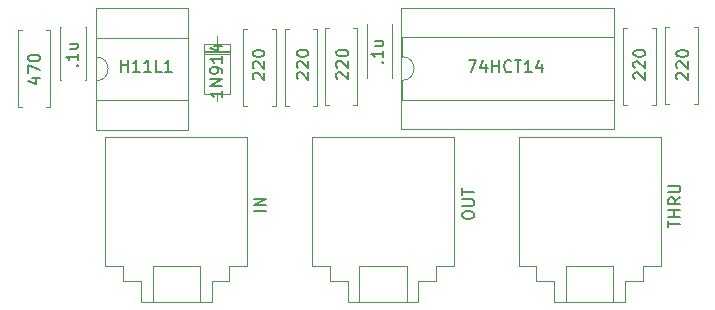
<source format=gto>
G04 #@! TF.GenerationSoftware,KiCad,Pcbnew,7.0.9*
G04 #@! TF.CreationDate,2023-11-24T14:11:12+00:00*
G04 #@! TF.ProjectId,RPi-Zero-MIDI,5250692d-5a65-4726-9f2d-4d4944492e6b,rev?*
G04 #@! TF.SameCoordinates,Original*
G04 #@! TF.FileFunction,Legend,Top*
G04 #@! TF.FilePolarity,Positive*
%FSLAX46Y46*%
G04 Gerber Fmt 4.6, Leading zero omitted, Abs format (unit mm)*
G04 Created by KiCad (PCBNEW 7.0.9) date 2023-11-24 14:11:12*
%MOMM*%
%LPD*%
G01*
G04 APERTURE LIST*
%ADD10C,0.150000*%
%ADD11C,0.120000*%
G04 APERTURE END LIST*
D10*
X122584819Y-94103808D02*
X121584819Y-94103808D01*
X122584819Y-93627618D02*
X121584819Y-93627618D01*
X121584819Y-93627618D02*
X122584819Y-93056190D01*
X122584819Y-93056190D02*
X121584819Y-93056190D01*
X110330952Y-82304819D02*
X110330952Y-81304819D01*
X110330952Y-81781009D02*
X110902380Y-81781009D01*
X110902380Y-82304819D02*
X110902380Y-81304819D01*
X111902380Y-82304819D02*
X111330952Y-82304819D01*
X111616666Y-82304819D02*
X111616666Y-81304819D01*
X111616666Y-81304819D02*
X111521428Y-81447676D01*
X111521428Y-81447676D02*
X111426190Y-81542914D01*
X111426190Y-81542914D02*
X111330952Y-81590533D01*
X112854761Y-82304819D02*
X112283333Y-82304819D01*
X112569047Y-82304819D02*
X112569047Y-81304819D01*
X112569047Y-81304819D02*
X112473809Y-81447676D01*
X112473809Y-81447676D02*
X112378571Y-81542914D01*
X112378571Y-81542914D02*
X112283333Y-81590533D01*
X113759523Y-82304819D02*
X113283333Y-82304819D01*
X113283333Y-82304819D02*
X113283333Y-81304819D01*
X114616666Y-82304819D02*
X114045238Y-82304819D01*
X114330952Y-82304819D02*
X114330952Y-81304819D01*
X114330952Y-81304819D02*
X114235714Y-81447676D01*
X114235714Y-81447676D02*
X114140476Y-81542914D01*
X114140476Y-81542914D02*
X114045238Y-81590533D01*
X139753333Y-81344819D02*
X140419999Y-81344819D01*
X140419999Y-81344819D02*
X139991428Y-82344819D01*
X141229523Y-81678152D02*
X141229523Y-82344819D01*
X140991428Y-81297200D02*
X140753333Y-82011485D01*
X140753333Y-82011485D02*
X141372380Y-82011485D01*
X141753333Y-82344819D02*
X141753333Y-81344819D01*
X141753333Y-81821009D02*
X142324761Y-81821009D01*
X142324761Y-82344819D02*
X142324761Y-81344819D01*
X143372380Y-82249580D02*
X143324761Y-82297200D01*
X143324761Y-82297200D02*
X143181904Y-82344819D01*
X143181904Y-82344819D02*
X143086666Y-82344819D01*
X143086666Y-82344819D02*
X142943809Y-82297200D01*
X142943809Y-82297200D02*
X142848571Y-82201961D01*
X142848571Y-82201961D02*
X142800952Y-82106723D01*
X142800952Y-82106723D02*
X142753333Y-81916247D01*
X142753333Y-81916247D02*
X142753333Y-81773390D01*
X142753333Y-81773390D02*
X142800952Y-81582914D01*
X142800952Y-81582914D02*
X142848571Y-81487676D01*
X142848571Y-81487676D02*
X142943809Y-81392438D01*
X142943809Y-81392438D02*
X143086666Y-81344819D01*
X143086666Y-81344819D02*
X143181904Y-81344819D01*
X143181904Y-81344819D02*
X143324761Y-81392438D01*
X143324761Y-81392438D02*
X143372380Y-81440057D01*
X143658095Y-81344819D02*
X144229523Y-81344819D01*
X143943809Y-82344819D02*
X143943809Y-81344819D01*
X145086666Y-82344819D02*
X144515238Y-82344819D01*
X144800952Y-82344819D02*
X144800952Y-81344819D01*
X144800952Y-81344819D02*
X144705714Y-81487676D01*
X144705714Y-81487676D02*
X144610476Y-81582914D01*
X144610476Y-81582914D02*
X144515238Y-81630533D01*
X145943809Y-81678152D02*
X145943809Y-82344819D01*
X145705714Y-81297200D02*
X145467619Y-82011485D01*
X145467619Y-82011485D02*
X146086666Y-82011485D01*
X102788152Y-82861904D02*
X103454819Y-82861904D01*
X102407200Y-83099999D02*
X103121485Y-83338094D01*
X103121485Y-83338094D02*
X103121485Y-82719047D01*
X102454819Y-82433332D02*
X102454819Y-81766666D01*
X102454819Y-81766666D02*
X103454819Y-82195237D01*
X102454819Y-81195237D02*
X102454819Y-81099999D01*
X102454819Y-81099999D02*
X102502438Y-81004761D01*
X102502438Y-81004761D02*
X102550057Y-80957142D01*
X102550057Y-80957142D02*
X102645295Y-80909523D01*
X102645295Y-80909523D02*
X102835771Y-80861904D01*
X102835771Y-80861904D02*
X103073866Y-80861904D01*
X103073866Y-80861904D02*
X103264342Y-80909523D01*
X103264342Y-80909523D02*
X103359580Y-80957142D01*
X103359580Y-80957142D02*
X103407200Y-81004761D01*
X103407200Y-81004761D02*
X103454819Y-81099999D01*
X103454819Y-81099999D02*
X103454819Y-81195237D01*
X103454819Y-81195237D02*
X103407200Y-81290475D01*
X103407200Y-81290475D02*
X103359580Y-81338094D01*
X103359580Y-81338094D02*
X103264342Y-81385713D01*
X103264342Y-81385713D02*
X103073866Y-81433332D01*
X103073866Y-81433332D02*
X102835771Y-81433332D01*
X102835771Y-81433332D02*
X102645295Y-81385713D01*
X102645295Y-81385713D02*
X102550057Y-81338094D01*
X102550057Y-81338094D02*
X102502438Y-81290475D01*
X102502438Y-81290475D02*
X102454819Y-81195237D01*
X121560057Y-82958094D02*
X121512438Y-82910475D01*
X121512438Y-82910475D02*
X121464819Y-82815237D01*
X121464819Y-82815237D02*
X121464819Y-82577142D01*
X121464819Y-82577142D02*
X121512438Y-82481904D01*
X121512438Y-82481904D02*
X121560057Y-82434285D01*
X121560057Y-82434285D02*
X121655295Y-82386666D01*
X121655295Y-82386666D02*
X121750533Y-82386666D01*
X121750533Y-82386666D02*
X121893390Y-82434285D01*
X121893390Y-82434285D02*
X122464819Y-83005713D01*
X122464819Y-83005713D02*
X122464819Y-82386666D01*
X121560057Y-82005713D02*
X121512438Y-81958094D01*
X121512438Y-81958094D02*
X121464819Y-81862856D01*
X121464819Y-81862856D02*
X121464819Y-81624761D01*
X121464819Y-81624761D02*
X121512438Y-81529523D01*
X121512438Y-81529523D02*
X121560057Y-81481904D01*
X121560057Y-81481904D02*
X121655295Y-81434285D01*
X121655295Y-81434285D02*
X121750533Y-81434285D01*
X121750533Y-81434285D02*
X121893390Y-81481904D01*
X121893390Y-81481904D02*
X122464819Y-82053332D01*
X122464819Y-82053332D02*
X122464819Y-81434285D01*
X121464819Y-80815237D02*
X121464819Y-80719999D01*
X121464819Y-80719999D02*
X121512438Y-80624761D01*
X121512438Y-80624761D02*
X121560057Y-80577142D01*
X121560057Y-80577142D02*
X121655295Y-80529523D01*
X121655295Y-80529523D02*
X121845771Y-80481904D01*
X121845771Y-80481904D02*
X122083866Y-80481904D01*
X122083866Y-80481904D02*
X122274342Y-80529523D01*
X122274342Y-80529523D02*
X122369580Y-80577142D01*
X122369580Y-80577142D02*
X122417200Y-80624761D01*
X122417200Y-80624761D02*
X122464819Y-80719999D01*
X122464819Y-80719999D02*
X122464819Y-80815237D01*
X122464819Y-80815237D02*
X122417200Y-80910475D01*
X122417200Y-80910475D02*
X122369580Y-80958094D01*
X122369580Y-80958094D02*
X122274342Y-81005713D01*
X122274342Y-81005713D02*
X122083866Y-81053332D01*
X122083866Y-81053332D02*
X121845771Y-81053332D01*
X121845771Y-81053332D02*
X121655295Y-81005713D01*
X121655295Y-81005713D02*
X121560057Y-80958094D01*
X121560057Y-80958094D02*
X121512438Y-80910475D01*
X121512438Y-80910475D02*
X121464819Y-80815237D01*
X157430057Y-82958094D02*
X157382438Y-82910475D01*
X157382438Y-82910475D02*
X157334819Y-82815237D01*
X157334819Y-82815237D02*
X157334819Y-82577142D01*
X157334819Y-82577142D02*
X157382438Y-82481904D01*
X157382438Y-82481904D02*
X157430057Y-82434285D01*
X157430057Y-82434285D02*
X157525295Y-82386666D01*
X157525295Y-82386666D02*
X157620533Y-82386666D01*
X157620533Y-82386666D02*
X157763390Y-82434285D01*
X157763390Y-82434285D02*
X158334819Y-83005713D01*
X158334819Y-83005713D02*
X158334819Y-82386666D01*
X157430057Y-82005713D02*
X157382438Y-81958094D01*
X157382438Y-81958094D02*
X157334819Y-81862856D01*
X157334819Y-81862856D02*
X157334819Y-81624761D01*
X157334819Y-81624761D02*
X157382438Y-81529523D01*
X157382438Y-81529523D02*
X157430057Y-81481904D01*
X157430057Y-81481904D02*
X157525295Y-81434285D01*
X157525295Y-81434285D02*
X157620533Y-81434285D01*
X157620533Y-81434285D02*
X157763390Y-81481904D01*
X157763390Y-81481904D02*
X158334819Y-82053332D01*
X158334819Y-82053332D02*
X158334819Y-81434285D01*
X157334819Y-80815237D02*
X157334819Y-80719999D01*
X157334819Y-80719999D02*
X157382438Y-80624761D01*
X157382438Y-80624761D02*
X157430057Y-80577142D01*
X157430057Y-80577142D02*
X157525295Y-80529523D01*
X157525295Y-80529523D02*
X157715771Y-80481904D01*
X157715771Y-80481904D02*
X157953866Y-80481904D01*
X157953866Y-80481904D02*
X158144342Y-80529523D01*
X158144342Y-80529523D02*
X158239580Y-80577142D01*
X158239580Y-80577142D02*
X158287200Y-80624761D01*
X158287200Y-80624761D02*
X158334819Y-80719999D01*
X158334819Y-80719999D02*
X158334819Y-80815237D01*
X158334819Y-80815237D02*
X158287200Y-80910475D01*
X158287200Y-80910475D02*
X158239580Y-80958094D01*
X158239580Y-80958094D02*
X158144342Y-81005713D01*
X158144342Y-81005713D02*
X157953866Y-81053332D01*
X157953866Y-81053332D02*
X157715771Y-81053332D01*
X157715771Y-81053332D02*
X157525295Y-81005713D01*
X157525295Y-81005713D02*
X157430057Y-80958094D01*
X157430057Y-80958094D02*
X157382438Y-80910475D01*
X157382438Y-80910475D02*
X157334819Y-80815237D01*
X153800057Y-82928094D02*
X153752438Y-82880475D01*
X153752438Y-82880475D02*
X153704819Y-82785237D01*
X153704819Y-82785237D02*
X153704819Y-82547142D01*
X153704819Y-82547142D02*
X153752438Y-82451904D01*
X153752438Y-82451904D02*
X153800057Y-82404285D01*
X153800057Y-82404285D02*
X153895295Y-82356666D01*
X153895295Y-82356666D02*
X153990533Y-82356666D01*
X153990533Y-82356666D02*
X154133390Y-82404285D01*
X154133390Y-82404285D02*
X154704819Y-82975713D01*
X154704819Y-82975713D02*
X154704819Y-82356666D01*
X153800057Y-81975713D02*
X153752438Y-81928094D01*
X153752438Y-81928094D02*
X153704819Y-81832856D01*
X153704819Y-81832856D02*
X153704819Y-81594761D01*
X153704819Y-81594761D02*
X153752438Y-81499523D01*
X153752438Y-81499523D02*
X153800057Y-81451904D01*
X153800057Y-81451904D02*
X153895295Y-81404285D01*
X153895295Y-81404285D02*
X153990533Y-81404285D01*
X153990533Y-81404285D02*
X154133390Y-81451904D01*
X154133390Y-81451904D02*
X154704819Y-82023332D01*
X154704819Y-82023332D02*
X154704819Y-81404285D01*
X153704819Y-80785237D02*
X153704819Y-80689999D01*
X153704819Y-80689999D02*
X153752438Y-80594761D01*
X153752438Y-80594761D02*
X153800057Y-80547142D01*
X153800057Y-80547142D02*
X153895295Y-80499523D01*
X153895295Y-80499523D02*
X154085771Y-80451904D01*
X154085771Y-80451904D02*
X154323866Y-80451904D01*
X154323866Y-80451904D02*
X154514342Y-80499523D01*
X154514342Y-80499523D02*
X154609580Y-80547142D01*
X154609580Y-80547142D02*
X154657200Y-80594761D01*
X154657200Y-80594761D02*
X154704819Y-80689999D01*
X154704819Y-80689999D02*
X154704819Y-80785237D01*
X154704819Y-80785237D02*
X154657200Y-80880475D01*
X154657200Y-80880475D02*
X154609580Y-80928094D01*
X154609580Y-80928094D02*
X154514342Y-80975713D01*
X154514342Y-80975713D02*
X154323866Y-81023332D01*
X154323866Y-81023332D02*
X154085771Y-81023332D01*
X154085771Y-81023332D02*
X153895295Y-80975713D01*
X153895295Y-80975713D02*
X153800057Y-80928094D01*
X153800057Y-80928094D02*
X153752438Y-80880475D01*
X153752438Y-80880475D02*
X153704819Y-80785237D01*
X128650057Y-82908094D02*
X128602438Y-82860475D01*
X128602438Y-82860475D02*
X128554819Y-82765237D01*
X128554819Y-82765237D02*
X128554819Y-82527142D01*
X128554819Y-82527142D02*
X128602438Y-82431904D01*
X128602438Y-82431904D02*
X128650057Y-82384285D01*
X128650057Y-82384285D02*
X128745295Y-82336666D01*
X128745295Y-82336666D02*
X128840533Y-82336666D01*
X128840533Y-82336666D02*
X128983390Y-82384285D01*
X128983390Y-82384285D02*
X129554819Y-82955713D01*
X129554819Y-82955713D02*
X129554819Y-82336666D01*
X128650057Y-81955713D02*
X128602438Y-81908094D01*
X128602438Y-81908094D02*
X128554819Y-81812856D01*
X128554819Y-81812856D02*
X128554819Y-81574761D01*
X128554819Y-81574761D02*
X128602438Y-81479523D01*
X128602438Y-81479523D02*
X128650057Y-81431904D01*
X128650057Y-81431904D02*
X128745295Y-81384285D01*
X128745295Y-81384285D02*
X128840533Y-81384285D01*
X128840533Y-81384285D02*
X128983390Y-81431904D01*
X128983390Y-81431904D02*
X129554819Y-82003332D01*
X129554819Y-82003332D02*
X129554819Y-81384285D01*
X128554819Y-80765237D02*
X128554819Y-80669999D01*
X128554819Y-80669999D02*
X128602438Y-80574761D01*
X128602438Y-80574761D02*
X128650057Y-80527142D01*
X128650057Y-80527142D02*
X128745295Y-80479523D01*
X128745295Y-80479523D02*
X128935771Y-80431904D01*
X128935771Y-80431904D02*
X129173866Y-80431904D01*
X129173866Y-80431904D02*
X129364342Y-80479523D01*
X129364342Y-80479523D02*
X129459580Y-80527142D01*
X129459580Y-80527142D02*
X129507200Y-80574761D01*
X129507200Y-80574761D02*
X129554819Y-80669999D01*
X129554819Y-80669999D02*
X129554819Y-80765237D01*
X129554819Y-80765237D02*
X129507200Y-80860475D01*
X129507200Y-80860475D02*
X129459580Y-80908094D01*
X129459580Y-80908094D02*
X129364342Y-80955713D01*
X129364342Y-80955713D02*
X129173866Y-81003332D01*
X129173866Y-81003332D02*
X128935771Y-81003332D01*
X128935771Y-81003332D02*
X128745295Y-80955713D01*
X128745295Y-80955713D02*
X128650057Y-80908094D01*
X128650057Y-80908094D02*
X128602438Y-80860475D01*
X128602438Y-80860475D02*
X128554819Y-80765237D01*
X125280057Y-82928094D02*
X125232438Y-82880475D01*
X125232438Y-82880475D02*
X125184819Y-82785237D01*
X125184819Y-82785237D02*
X125184819Y-82547142D01*
X125184819Y-82547142D02*
X125232438Y-82451904D01*
X125232438Y-82451904D02*
X125280057Y-82404285D01*
X125280057Y-82404285D02*
X125375295Y-82356666D01*
X125375295Y-82356666D02*
X125470533Y-82356666D01*
X125470533Y-82356666D02*
X125613390Y-82404285D01*
X125613390Y-82404285D02*
X126184819Y-82975713D01*
X126184819Y-82975713D02*
X126184819Y-82356666D01*
X125280057Y-81975713D02*
X125232438Y-81928094D01*
X125232438Y-81928094D02*
X125184819Y-81832856D01*
X125184819Y-81832856D02*
X125184819Y-81594761D01*
X125184819Y-81594761D02*
X125232438Y-81499523D01*
X125232438Y-81499523D02*
X125280057Y-81451904D01*
X125280057Y-81451904D02*
X125375295Y-81404285D01*
X125375295Y-81404285D02*
X125470533Y-81404285D01*
X125470533Y-81404285D02*
X125613390Y-81451904D01*
X125613390Y-81451904D02*
X126184819Y-82023332D01*
X126184819Y-82023332D02*
X126184819Y-81404285D01*
X125184819Y-80785237D02*
X125184819Y-80689999D01*
X125184819Y-80689999D02*
X125232438Y-80594761D01*
X125232438Y-80594761D02*
X125280057Y-80547142D01*
X125280057Y-80547142D02*
X125375295Y-80499523D01*
X125375295Y-80499523D02*
X125565771Y-80451904D01*
X125565771Y-80451904D02*
X125803866Y-80451904D01*
X125803866Y-80451904D02*
X125994342Y-80499523D01*
X125994342Y-80499523D02*
X126089580Y-80547142D01*
X126089580Y-80547142D02*
X126137200Y-80594761D01*
X126137200Y-80594761D02*
X126184819Y-80689999D01*
X126184819Y-80689999D02*
X126184819Y-80785237D01*
X126184819Y-80785237D02*
X126137200Y-80880475D01*
X126137200Y-80880475D02*
X126089580Y-80928094D01*
X126089580Y-80928094D02*
X125994342Y-80975713D01*
X125994342Y-80975713D02*
X125803866Y-81023332D01*
X125803866Y-81023332D02*
X125565771Y-81023332D01*
X125565771Y-81023332D02*
X125375295Y-80975713D01*
X125375295Y-80975713D02*
X125280057Y-80928094D01*
X125280057Y-80928094D02*
X125232438Y-80880475D01*
X125232438Y-80880475D02*
X125184819Y-80785237D01*
X156664819Y-95483332D02*
X156664819Y-94911904D01*
X157664819Y-95197618D02*
X156664819Y-95197618D01*
X157664819Y-94578570D02*
X156664819Y-94578570D01*
X157141009Y-94578570D02*
X157141009Y-94007142D01*
X157664819Y-94007142D02*
X156664819Y-94007142D01*
X157664819Y-92959523D02*
X157188628Y-93292856D01*
X157664819Y-93530951D02*
X156664819Y-93530951D01*
X156664819Y-93530951D02*
X156664819Y-93149999D01*
X156664819Y-93149999D02*
X156712438Y-93054761D01*
X156712438Y-93054761D02*
X156760057Y-93007142D01*
X156760057Y-93007142D02*
X156855295Y-92959523D01*
X156855295Y-92959523D02*
X156998152Y-92959523D01*
X156998152Y-92959523D02*
X157093390Y-93007142D01*
X157093390Y-93007142D02*
X157141009Y-93054761D01*
X157141009Y-93054761D02*
X157188628Y-93149999D01*
X157188628Y-93149999D02*
X157188628Y-93530951D01*
X156664819Y-92530951D02*
X157474342Y-92530951D01*
X157474342Y-92530951D02*
X157569580Y-92483332D01*
X157569580Y-92483332D02*
X157617200Y-92435713D01*
X157617200Y-92435713D02*
X157664819Y-92340475D01*
X157664819Y-92340475D02*
X157664819Y-92149999D01*
X157664819Y-92149999D02*
X157617200Y-92054761D01*
X157617200Y-92054761D02*
X157569580Y-92007142D01*
X157569580Y-92007142D02*
X157474342Y-91959523D01*
X157474342Y-91959523D02*
X156664819Y-91959523D01*
X139224819Y-94529999D02*
X139224819Y-94339523D01*
X139224819Y-94339523D02*
X139272438Y-94244285D01*
X139272438Y-94244285D02*
X139367676Y-94149047D01*
X139367676Y-94149047D02*
X139558152Y-94101428D01*
X139558152Y-94101428D02*
X139891485Y-94101428D01*
X139891485Y-94101428D02*
X140081961Y-94149047D01*
X140081961Y-94149047D02*
X140177200Y-94244285D01*
X140177200Y-94244285D02*
X140224819Y-94339523D01*
X140224819Y-94339523D02*
X140224819Y-94529999D01*
X140224819Y-94529999D02*
X140177200Y-94625237D01*
X140177200Y-94625237D02*
X140081961Y-94720475D01*
X140081961Y-94720475D02*
X139891485Y-94768094D01*
X139891485Y-94768094D02*
X139558152Y-94768094D01*
X139558152Y-94768094D02*
X139367676Y-94720475D01*
X139367676Y-94720475D02*
X139272438Y-94625237D01*
X139272438Y-94625237D02*
X139224819Y-94529999D01*
X139224819Y-93672856D02*
X140034342Y-93672856D01*
X140034342Y-93672856D02*
X140129580Y-93625237D01*
X140129580Y-93625237D02*
X140177200Y-93577618D01*
X140177200Y-93577618D02*
X140224819Y-93482380D01*
X140224819Y-93482380D02*
X140224819Y-93291904D01*
X140224819Y-93291904D02*
X140177200Y-93196666D01*
X140177200Y-93196666D02*
X140129580Y-93149047D01*
X140129580Y-93149047D02*
X140034342Y-93101428D01*
X140034342Y-93101428D02*
X139224819Y-93101428D01*
X139224819Y-92768094D02*
X139224819Y-92196666D01*
X140224819Y-92482380D02*
X139224819Y-92482380D01*
X118884819Y-83916666D02*
X118884819Y-84488094D01*
X118884819Y-84202380D02*
X117884819Y-84202380D01*
X117884819Y-84202380D02*
X118027676Y-84297618D01*
X118027676Y-84297618D02*
X118122914Y-84392856D01*
X118122914Y-84392856D02*
X118170533Y-84488094D01*
X118884819Y-83488094D02*
X117884819Y-83488094D01*
X117884819Y-83488094D02*
X118884819Y-82916666D01*
X118884819Y-82916666D02*
X117884819Y-82916666D01*
X118884819Y-82392856D02*
X118884819Y-82202380D01*
X118884819Y-82202380D02*
X118837200Y-82107142D01*
X118837200Y-82107142D02*
X118789580Y-82059523D01*
X118789580Y-82059523D02*
X118646723Y-81964285D01*
X118646723Y-81964285D02*
X118456247Y-81916666D01*
X118456247Y-81916666D02*
X118075295Y-81916666D01*
X118075295Y-81916666D02*
X117980057Y-81964285D01*
X117980057Y-81964285D02*
X117932438Y-82011904D01*
X117932438Y-82011904D02*
X117884819Y-82107142D01*
X117884819Y-82107142D02*
X117884819Y-82297618D01*
X117884819Y-82297618D02*
X117932438Y-82392856D01*
X117932438Y-82392856D02*
X117980057Y-82440475D01*
X117980057Y-82440475D02*
X118075295Y-82488094D01*
X118075295Y-82488094D02*
X118313390Y-82488094D01*
X118313390Y-82488094D02*
X118408628Y-82440475D01*
X118408628Y-82440475D02*
X118456247Y-82392856D01*
X118456247Y-82392856D02*
X118503866Y-82297618D01*
X118503866Y-82297618D02*
X118503866Y-82107142D01*
X118503866Y-82107142D02*
X118456247Y-82011904D01*
X118456247Y-82011904D02*
X118408628Y-81964285D01*
X118408628Y-81964285D02*
X118313390Y-81916666D01*
X118884819Y-80964285D02*
X118884819Y-81535713D01*
X118884819Y-81249999D02*
X117884819Y-81249999D01*
X117884819Y-81249999D02*
X118027676Y-81345237D01*
X118027676Y-81345237D02*
X118122914Y-81440475D01*
X118122914Y-81440475D02*
X118170533Y-81535713D01*
X118218152Y-80107142D02*
X118884819Y-80107142D01*
X117837200Y-80345237D02*
X118551485Y-80583332D01*
X118551485Y-80583332D02*
X118551485Y-79964285D01*
X106569580Y-81788570D02*
X106617200Y-81740951D01*
X106617200Y-81740951D02*
X106664819Y-81788570D01*
X106664819Y-81788570D02*
X106617200Y-81836189D01*
X106617200Y-81836189D02*
X106569580Y-81788570D01*
X106569580Y-81788570D02*
X106664819Y-81788570D01*
X106664819Y-80788571D02*
X106664819Y-81359999D01*
X106664819Y-81074285D02*
X105664819Y-81074285D01*
X105664819Y-81074285D02*
X105807676Y-81169523D01*
X105807676Y-81169523D02*
X105902914Y-81264761D01*
X105902914Y-81264761D02*
X105950533Y-81359999D01*
X105998152Y-79931428D02*
X106664819Y-79931428D01*
X105998152Y-80359999D02*
X106521961Y-80359999D01*
X106521961Y-80359999D02*
X106617200Y-80312380D01*
X106617200Y-80312380D02*
X106664819Y-80217142D01*
X106664819Y-80217142D02*
X106664819Y-80074285D01*
X106664819Y-80074285D02*
X106617200Y-79979047D01*
X106617200Y-79979047D02*
X106569580Y-79931428D01*
X132429580Y-81528570D02*
X132477200Y-81480951D01*
X132477200Y-81480951D02*
X132524819Y-81528570D01*
X132524819Y-81528570D02*
X132477200Y-81576189D01*
X132477200Y-81576189D02*
X132429580Y-81528570D01*
X132429580Y-81528570D02*
X132524819Y-81528570D01*
X132524819Y-80528571D02*
X132524819Y-81099999D01*
X132524819Y-80814285D02*
X131524819Y-80814285D01*
X131524819Y-80814285D02*
X131667676Y-80909523D01*
X131667676Y-80909523D02*
X131762914Y-81004761D01*
X131762914Y-81004761D02*
X131810533Y-81099999D01*
X131858152Y-79671428D02*
X132524819Y-79671428D01*
X131858152Y-80099999D02*
X132381961Y-80099999D01*
X132381961Y-80099999D02*
X132477200Y-80052380D01*
X132477200Y-80052380D02*
X132524819Y-79957142D01*
X132524819Y-79957142D02*
X132524819Y-79814285D01*
X132524819Y-79814285D02*
X132477200Y-79719047D01*
X132477200Y-79719047D02*
X132429580Y-79671428D01*
D11*
X109000000Y-87800000D02*
X121000000Y-87800000D01*
X109000000Y-98800000D02*
X109000000Y-87800000D01*
X110500000Y-98800000D02*
X109000000Y-98800000D01*
X110500000Y-100000000D02*
X110500000Y-98800000D01*
X112000000Y-100000000D02*
X110500000Y-100000000D01*
X112000000Y-101800000D02*
X112000000Y-100000000D01*
X113000000Y-98800000D02*
X113000000Y-101800000D01*
X117000000Y-98800000D02*
X113000000Y-98800000D01*
X117000000Y-101800000D02*
X117000000Y-98800000D01*
X118000000Y-100000000D02*
X118000000Y-101800000D01*
X118000000Y-101800000D02*
X112000000Y-101800000D01*
X119500000Y-98800000D02*
X119500000Y-100000000D01*
X119500000Y-100000000D02*
X118000000Y-100000000D01*
X121000000Y-87800000D02*
X121000000Y-98800000D01*
X121000000Y-98800000D02*
X119500000Y-98800000D01*
X108230000Y-83070000D02*
X108230000Y-84720000D01*
X108230000Y-84720000D02*
X115970000Y-84720000D01*
X108170000Y-76930000D02*
X108170000Y-87210000D01*
X108170000Y-87210000D02*
X116030000Y-87210000D01*
X115970000Y-79420000D02*
X108230000Y-79420000D01*
X115970000Y-84720000D02*
X115970000Y-79420000D01*
X116030000Y-87210000D02*
X116030000Y-76930000D01*
X116030000Y-76930000D02*
X108170000Y-76930000D01*
X108230000Y-79420000D02*
X108230000Y-81070000D01*
X108230000Y-83070000D02*
G75*
G03*
X108230000Y-81070000I0J1000000D01*
G01*
X134070000Y-76900000D02*
X134070000Y-87180000D01*
X152090000Y-76900000D02*
X134070000Y-76900000D01*
X152090000Y-87180000D02*
X152090000Y-76900000D01*
X134130000Y-79390000D02*
X134130000Y-81040000D01*
X134130000Y-84690000D02*
X152030000Y-84690000D01*
X152030000Y-84690000D02*
X152030000Y-79390000D01*
X134130000Y-83040000D02*
X134130000Y-84690000D01*
X134070000Y-87180000D02*
X152090000Y-87180000D01*
X152030000Y-79390000D02*
X134130000Y-79390000D01*
X134130000Y-83040000D02*
G75*
G03*
X134130000Y-81040000I0J1000000D01*
G01*
X101580000Y-85300000D02*
X101910000Y-85300000D01*
X104320000Y-78760000D02*
X104320000Y-85300000D01*
X101580000Y-78760000D02*
X101580000Y-85300000D01*
X101910000Y-78760000D02*
X101580000Y-78760000D01*
X103990000Y-78760000D02*
X104320000Y-78760000D01*
X104320000Y-85300000D02*
X103990000Y-85300000D01*
X123430000Y-78690000D02*
X123100000Y-78690000D01*
X120690000Y-85230000D02*
X120690000Y-78690000D01*
X123430000Y-85230000D02*
X123430000Y-78690000D01*
X123100000Y-85230000D02*
X123430000Y-85230000D01*
X121020000Y-85230000D02*
X120690000Y-85230000D01*
X120690000Y-78690000D02*
X121020000Y-78690000D01*
X159150000Y-78530000D02*
X158820000Y-78530000D01*
X156410000Y-85070000D02*
X156410000Y-78530000D01*
X159150000Y-85070000D02*
X159150000Y-78530000D01*
X158820000Y-85070000D02*
X159150000Y-85070000D01*
X156740000Y-85070000D02*
X156410000Y-85070000D01*
X156410000Y-78530000D02*
X156740000Y-78530000D01*
X155600000Y-78580000D02*
X155270000Y-78580000D01*
X152860000Y-85120000D02*
X152860000Y-78580000D01*
X155600000Y-85120000D02*
X155600000Y-78580000D01*
X155270000Y-85120000D02*
X155600000Y-85120000D01*
X153190000Y-85120000D02*
X152860000Y-85120000D01*
X152860000Y-78580000D02*
X153190000Y-78580000D01*
X130320000Y-78630000D02*
X129990000Y-78630000D01*
X127580000Y-85170000D02*
X127580000Y-78630000D01*
X130320000Y-85170000D02*
X130320000Y-78630000D01*
X129990000Y-85170000D02*
X130320000Y-85170000D01*
X127910000Y-85170000D02*
X127580000Y-85170000D01*
X127580000Y-78630000D02*
X127910000Y-78630000D01*
X126930000Y-78660000D02*
X126600000Y-78660000D01*
X124190000Y-85200000D02*
X124190000Y-78660000D01*
X126930000Y-85200000D02*
X126930000Y-78660000D01*
X126600000Y-85200000D02*
X126930000Y-85200000D01*
X124520000Y-85200000D02*
X124190000Y-85200000D01*
X124190000Y-78660000D02*
X124520000Y-78660000D01*
X144000000Y-87800000D02*
X156000000Y-87800000D01*
X144000000Y-98800000D02*
X144000000Y-87800000D01*
X145500000Y-98800000D02*
X144000000Y-98800000D01*
X145500000Y-100000000D02*
X145500000Y-98800000D01*
X147000000Y-100000000D02*
X145500000Y-100000000D01*
X147000000Y-101800000D02*
X147000000Y-100000000D01*
X148000000Y-98800000D02*
X148000000Y-101800000D01*
X152000000Y-98800000D02*
X148000000Y-98800000D01*
X152000000Y-101800000D02*
X152000000Y-98800000D01*
X153000000Y-100000000D02*
X153000000Y-101800000D01*
X153000000Y-101800000D02*
X147000000Y-101800000D01*
X154500000Y-98800000D02*
X154500000Y-100000000D01*
X154500000Y-100000000D02*
X153000000Y-100000000D01*
X156000000Y-87800000D02*
X156000000Y-98800000D01*
X156000000Y-98800000D02*
X154500000Y-98800000D01*
X126500000Y-87800000D02*
X138500000Y-87800000D01*
X126500000Y-98800000D02*
X126500000Y-87800000D01*
X128000000Y-98800000D02*
X126500000Y-98800000D01*
X128000000Y-100000000D02*
X128000000Y-98800000D01*
X129500000Y-100000000D02*
X128000000Y-100000000D01*
X129500000Y-101800000D02*
X129500000Y-100000000D01*
X130500000Y-98800000D02*
X130500000Y-101800000D01*
X134500000Y-98800000D02*
X130500000Y-98800000D01*
X134500000Y-101800000D02*
X134500000Y-98800000D01*
X135500000Y-100000000D02*
X135500000Y-101800000D01*
X135500000Y-101800000D02*
X129500000Y-101800000D01*
X137000000Y-98800000D02*
X137000000Y-100000000D01*
X137000000Y-100000000D02*
X135500000Y-100000000D01*
X138500000Y-87800000D02*
X138500000Y-98800000D01*
X138500000Y-98800000D02*
X137000000Y-98800000D01*
X119550000Y-84170000D02*
X119550000Y-79930000D01*
X119550000Y-80650000D02*
X117310000Y-80650000D01*
X119550000Y-80530000D02*
X117310000Y-80530000D01*
X117310000Y-84170000D02*
X119550000Y-84170000D01*
X119550000Y-80770000D02*
X117310000Y-80770000D01*
X118430000Y-79280000D02*
X118430000Y-79930000D01*
X119550000Y-79930000D02*
X117310000Y-79930000D01*
X117310000Y-79930000D02*
X117310000Y-84170000D01*
X118430000Y-84820000D02*
X118430000Y-84170000D01*
X107315000Y-83040000D02*
X107330000Y-83040000D01*
X105190000Y-78500000D02*
X105205000Y-78500000D01*
X105190000Y-83040000D02*
X105205000Y-83040000D01*
X107315000Y-78500000D02*
X107330000Y-78500000D01*
X105190000Y-83040000D02*
X105190000Y-78500000D01*
X107330000Y-83040000D02*
X107330000Y-78500000D01*
X131150000Y-78280000D02*
X131150000Y-82820000D01*
X133290000Y-78280000D02*
X133290000Y-82820000D01*
X131165000Y-82820000D02*
X131150000Y-82820000D01*
X133290000Y-78280000D02*
X133275000Y-78280000D01*
X133290000Y-82820000D02*
X133275000Y-82820000D01*
X131165000Y-78280000D02*
X131150000Y-78280000D01*
M02*

</source>
